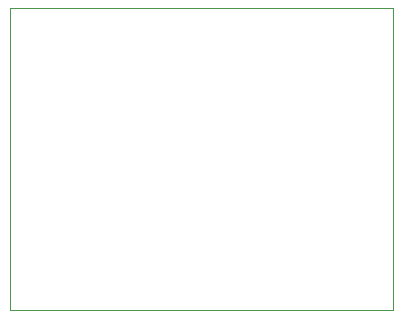
<source format=gbr>
%TF.GenerationSoftware,KiCad,Pcbnew,7.0.7*%
%TF.CreationDate,2023-08-18T08:54:36+02:00*%
%TF.ProjectId,uSD-Turbo,7553442d-5475-4726-926f-2e6b69636164,rev?*%
%TF.SameCoordinates,Original*%
%TF.FileFunction,Profile,NP*%
%FSLAX46Y46*%
G04 Gerber Fmt 4.6, Leading zero omitted, Abs format (unit mm)*
G04 Created by KiCad (PCBNEW 7.0.7) date 2023-08-18 08:54:36*
%MOMM*%
%LPD*%
G01*
G04 APERTURE LIST*
%TA.AperFunction,Profile*%
%ADD10C,0.100000*%
%TD*%
G04 APERTURE END LIST*
D10*
X106160000Y-61510000D02*
X138560000Y-61510000D01*
X138560000Y-87030000D01*
X106160000Y-87030000D01*
X106160000Y-61510000D01*
M02*

</source>
